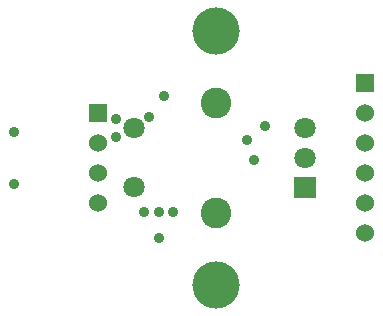
<source format=gbr>
G04 start of page 6 for group 4 idx 4 *
G04 Title: (unknown), power *
G04 Creator: pcb 20110918 *
G04 CreationDate: Mon 28 Oct 2013 08:12:09 PM GMT UTC *
G04 For: tszabo *
G04 Format: Gerber/RS-274X *
G04 PCB-Dimensions: 157480 125984 *
G04 PCB-Coordinate-Origin: lower left *
%MOIN*%
%FSLAX25Y25*%
%LNGROUP4*%
%ADD73C,0.0394*%
%ADD72C,0.0380*%
%ADD71C,0.0197*%
%ADD70C,0.0945*%
%ADD69C,0.0200*%
%ADD68C,0.0360*%
%ADD67C,0.0709*%
%ADD66C,0.0354*%
%ADD65C,0.0600*%
%ADD64C,0.0001*%
%ADD63C,0.1024*%
%ADD62C,0.1575*%
G54D62*X94488Y20669D03*
G54D63*Y44685D03*
G54D62*Y105315D03*
G54D63*Y81299D03*
G54D64*G36*
X52117Y80913D02*Y74913D01*
X58117D01*
Y80913D01*
X52117D01*
G37*
G54D65*X55117Y67913D03*
G54D66*X27164Y71653D03*
Y54331D03*
G54D65*X55117Y57913D03*
Y47913D03*
G54D67*X66929Y53149D03*
Y72835D03*
G54D64*G36*
X141094Y90795D02*Y84795D01*
X147094D01*
Y90795D01*
X141094D01*
G37*
G54D65*X144094Y77795D03*
Y67795D03*
Y57795D03*
Y47795D03*
Y37795D03*
G54D64*G36*
X120472Y56692D02*Y49606D01*
X127560D01*
Y56692D01*
X120472D01*
G37*
G54D67*X124016Y62992D03*
Y72835D03*
G54D68*X75197Y36220D03*
Y44882D03*
X79921D03*
X104724Y68897D03*
X107087Y62204D03*
X77165Y83464D03*
X60964Y75832D03*
X72047Y76771D03*
X70472Y44882D03*
X61024Y70078D03*
X110630Y73622D03*
G54D69*G54D70*G54D71*G54D63*G54D70*G54D71*G54D63*G54D72*G54D71*G54D66*G54D72*G54D71*G54D73*G54D71*G54D72*G54D71*G54D72*G54D71*G54D73*M02*

</source>
